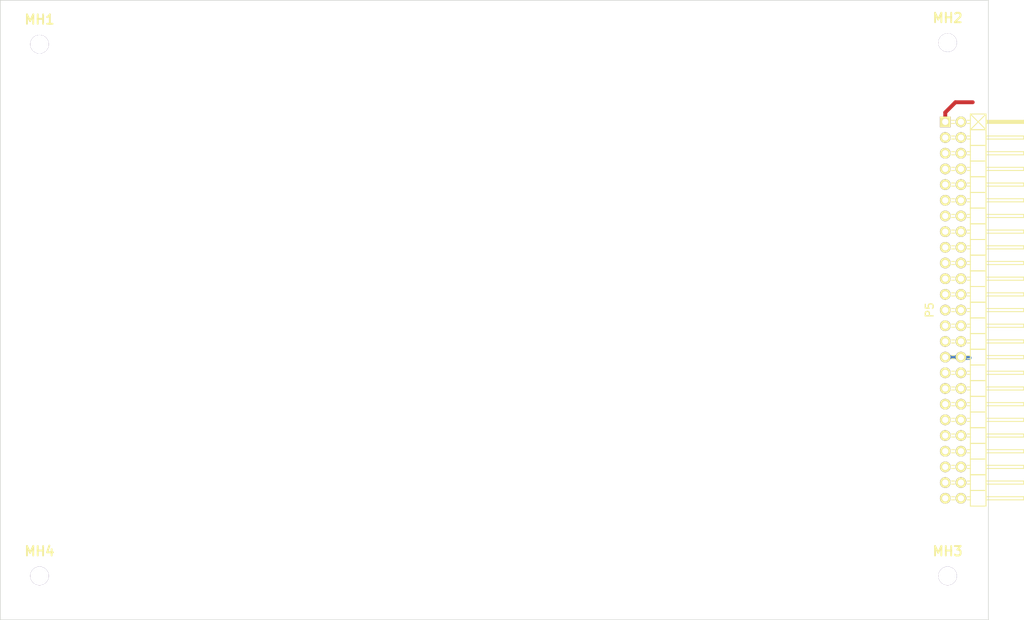
<source format=kicad_pcb>
(kicad_pcb (version 4) (host pcbnew "(2014-09-10 BZR 5127)-product")

  (general
    (links 1)
    (no_connects 0)
    (area 44.246073 45.6565 242.235447 146.17446)
    (thickness 1.6)
    (drawings 4)
    (tracks 6)
    (zones 0)
    (modules 5)
    (nets 50)
  )

  (page A4)
  (layers
    (0 F.Cu signal)
    (31 B.Cu signal)
    (33 F.Adhes user)
    (35 F.Paste user)
    (37 F.SilkS user)
    (39 F.Mask user)
    (40 Dwgs.User user)
    (41 Cmts.User user)
    (42 Eco1.User user)
    (43 Eco2.User user)
    (44 Edge.Cuts user)
    (45 Margin user)
  )

  (setup
    (last_trace_width 0.254)
    (trace_clearance 0.254)
    (zone_clearance 0.508)
    (zone_45_only yes)
    (trace_min 0.254)
    (segment_width 0.2)
    (edge_width 0.1)
    (via_size 0.889)
    (via_drill 0.635)
    (via_min_size 0.889)
    (via_min_drill 0.508)
    (uvia_size 0.508)
    (uvia_drill 0.127)
    (uvias_allowed no)
    (uvia_min_size 0.508)
    (uvia_min_drill 0.127)
    (pcb_text_width 0.3)
    (pcb_text_size 1.5 1.5)
    (mod_edge_width 0.15)
    (mod_text_size 1 1)
    (mod_text_width 0.15)
    (pad_size 1.5 1.5)
    (pad_drill 0.6)
    (pad_to_mask_clearance 0)
    (aux_axis_origin 0 0)
    (visible_elements FFFFFF7F)
    (pcbplotparams
      (layerselection 0x00020_80000001)
      (usegerberextensions false)
      (excludeedgelayer true)
      (linewidth 0.100000)
      (plotframeref false)
      (viasonmask false)
      (mode 1)
      (useauxorigin false)
      (hpglpennumber 1)
      (hpglpenspeed 20)
      (hpglpendiameter 15)
      (hpglpenoverlay 2)
      (psnegative false)
      (psa4output false)
      (plotreference true)
      (plotvalue true)
      (plotinvisibletext false)
      (padsonsilk false)
      (subtractmaskfromsilk false)
      (outputformat 1)
      (mirror false)
      (drillshape 0)
      (scaleselection 1)
      (outputdirectory gerber/))
  )

  (net 0 "")
  (net 1 GND)
  (net 2 VCC)
  (net 3 PHI2)
  (net 4 /RESET)
  (net 5 /RW)
  (net 6 /OE)
  (net 7 /CS_UART)
  (net 8 /CS_VIA)
  (net 9 E_LCD)
  (net 10 /CSR_VDP)
  (net 11 /CSW_VDP)
  (net 12 /CS_RES02)
  (net 13 /WE)
  (net 14 /NMI)
  (net 15 /IRQ)
  (net 16 "Net-(P5-Pad5)")
  (net 17 "Net-(P5-Pad6)")
  (net 18 "Net-(P5-Pad15)")
  (net 19 "Net-(P5-Pad17)")
  (net 20 RDY)
  (net 21 "Net-(P5-Pad19)")
  (net 22 "Net-(P5-Pad36)")
  (net 23 "Net-(P5-Pad39)")
  (net 24 "Net-(P5-Pad40)")
  (net 25 "Net-(P5-Pad41)")
  (net 26 "Net-(P5-Pad42)")
  (net 27 "Net-(P5-Pad43)")
  (net 28 "Net-(P5-Pad44)")
  (net 29 "Net-(P5-Pad45)")
  (net 30 "Net-(P5-Pad46)")
  (net 31 "Net-(P5-Pad47)")
  (net 32 "Net-(P5-Pad48)")
  (net 33 "Net-(P5-Pad49)")
  (net 34 "Net-(P5-Pad50)")
  (net 35 /OE2)
  (net 36 /WE2)
  (net 37 /Connector/D7)
  (net 38 /Connector/D6)
  (net 39 /Connector/D5)
  (net 40 /Connector/D4)
  (net 41 /Connector/D3)
  (net 42 /Connector/D2)
  (net 43 /Connector/D1)
  (net 44 /Connector/D0)
  (net 45 /Connector/A4)
  (net 46 /Connector/A3)
  (net 47 /Connector/A2)
  (net 48 /Connector/A1)
  (net 49 /Connector/A0)

  (net_class Default "This is the default net class."
    (clearance 0.254)
    (trace_width 0.254)
    (via_dia 0.889)
    (via_drill 0.635)
    (uvia_dia 0.508)
    (uvia_drill 0.127)
    (add_net /CSR_VDP)
    (add_net /CSW_VDP)
    (add_net /CS_RES02)
    (add_net /CS_UART)
    (add_net /CS_VIA)
    (add_net /Connector/A0)
    (add_net /Connector/A1)
    (add_net /Connector/A2)
    (add_net /Connector/A3)
    (add_net /Connector/A4)
    (add_net /Connector/D0)
    (add_net /Connector/D1)
    (add_net /Connector/D2)
    (add_net /Connector/D3)
    (add_net /Connector/D4)
    (add_net /Connector/D5)
    (add_net /Connector/D6)
    (add_net /Connector/D7)
    (add_net /IRQ)
    (add_net /NMI)
    (add_net /OE)
    (add_net /OE2)
    (add_net /RESET)
    (add_net /RW)
    (add_net /WE)
    (add_net /WE2)
    (add_net E_LCD)
    (add_net "Net-(P5-Pad15)")
    (add_net "Net-(P5-Pad17)")
    (add_net "Net-(P5-Pad19)")
    (add_net "Net-(P5-Pad36)")
    (add_net "Net-(P5-Pad39)")
    (add_net "Net-(P5-Pad40)")
    (add_net "Net-(P5-Pad41)")
    (add_net "Net-(P5-Pad42)")
    (add_net "Net-(P5-Pad43)")
    (add_net "Net-(P5-Pad44)")
    (add_net "Net-(P5-Pad45)")
    (add_net "Net-(P5-Pad46)")
    (add_net "Net-(P5-Pad47)")
    (add_net "Net-(P5-Pad48)")
    (add_net "Net-(P5-Pad49)")
    (add_net "Net-(P5-Pad5)")
    (add_net "Net-(P5-Pad50)")
    (add_net "Net-(P5-Pad6)")
    (add_net PHI2)
    (add_net RDY)
  )

  (net_class vcc ""
    (clearance 0.254)
    (trace_width 0.635)
    (via_dia 0.889)
    (via_drill 0.635)
    (uvia_dia 0.508)
    (uvia_drill 0.127)
    (add_net GND)
    (add_net VCC)
  )

  (module Pin_Headers:Pin_Header_Angled_2x25 locked (layer F.Cu) (tedit 5417499B) (tstamp 541F04A9)
    (at 216.535 95.885 270)
    (descr "Through hole pin header")
    (tags "pin header")
    (path /54206EE0/542071FB)
    (fp_text reference P5 (at 0 3.81 270) (layer F.SilkS)
      (effects (font (size 1.27 1.27) (thickness 0.2032)))
    )
    (fp_text value CONN_02X25 (at 0 0 270) (layer F.SilkS) hide
      (effects (font (size 1.27 1.27) (thickness 0.2032)))
    )
    (fp_line (start -30.226 -0.254) (end -30.226 0.254) (layer F.SilkS) (width 0.15))
    (fp_line (start -30.734 -0.254) (end -30.734 0.254) (layer F.SilkS) (width 0.15))
    (fp_line (start -12.954 -0.254) (end -12.954 0.254) (layer F.SilkS) (width 0.15))
    (fp_line (start -12.446 -0.254) (end -12.446 0.254) (layer F.SilkS) (width 0.15))
    (fp_line (start -10.414 -0.254) (end -10.414 0.254) (layer F.SilkS) (width 0.15))
    (fp_line (start -9.906 -0.254) (end -9.906 0.254) (layer F.SilkS) (width 0.15))
    (fp_line (start -14.986 -0.254) (end -14.986 0.254) (layer F.SilkS) (width 0.15))
    (fp_line (start -15.494 -0.254) (end -15.494 0.254) (layer F.SilkS) (width 0.15))
    (fp_line (start -17.526 -0.254) (end -17.526 0.254) (layer F.SilkS) (width 0.15))
    (fp_line (start -18.034 -0.254) (end -18.034 0.254) (layer F.SilkS) (width 0.15))
    (fp_line (start -28.194 -0.254) (end -28.194 0.254) (layer F.SilkS) (width 0.15))
    (fp_line (start -27.686 -0.254) (end -27.686 0.254) (layer F.SilkS) (width 0.15))
    (fp_line (start -25.654 -0.254) (end -25.654 0.254) (layer F.SilkS) (width 0.15))
    (fp_line (start -25.146 -0.254) (end -25.146 0.254) (layer F.SilkS) (width 0.15))
    (fp_line (start -20.066 -0.254) (end -20.066 0.254) (layer F.SilkS) (width 0.15))
    (fp_line (start -20.574 -0.254) (end -20.574 0.254) (layer F.SilkS) (width 0.15))
    (fp_line (start -22.606 -0.254) (end -22.606 0.254) (layer F.SilkS) (width 0.15))
    (fp_line (start -23.114 -0.254) (end -23.114 0.254) (layer F.SilkS) (width 0.15))
    (fp_line (start 17.526 -0.254) (end 17.526 0.254) (layer F.SilkS) (width 0.15))
    (fp_line (start 18.034 -0.254) (end 18.034 0.254) (layer F.SilkS) (width 0.15))
    (fp_line (start 20.066 -0.254) (end 20.066 0.254) (layer F.SilkS) (width 0.15))
    (fp_line (start 20.574 -0.254) (end 20.574 0.254) (layer F.SilkS) (width 0.15))
    (fp_line (start 15.494 -0.254) (end 15.494 0.254) (layer F.SilkS) (width 0.15))
    (fp_line (start 14.986 -0.254) (end 14.986 0.254) (layer F.SilkS) (width 0.15))
    (fp_line (start 12.954 -0.254) (end 12.954 0.254) (layer F.SilkS) (width 0.15))
    (fp_line (start 12.446 -0.254) (end 12.446 0.254) (layer F.SilkS) (width 0.15))
    (fp_line (start 22.606 -0.254) (end 22.606 0.254) (layer F.SilkS) (width 0.15))
    (fp_line (start 23.114 -0.254) (end 23.114 0.254) (layer F.SilkS) (width 0.15))
    (fp_line (start 25.146 -0.254) (end 25.146 0.254) (layer F.SilkS) (width 0.15))
    (fp_line (start 25.654 -0.254) (end 25.654 0.254) (layer F.SilkS) (width 0.15))
    (fp_line (start 30.734 -0.254) (end 30.734 0.254) (layer F.SilkS) (width 0.15))
    (fp_line (start 30.226 -0.254) (end 30.226 0.254) (layer F.SilkS) (width 0.15))
    (fp_line (start 28.194 -0.254) (end 28.194 0.254) (layer F.SilkS) (width 0.15))
    (fp_line (start 27.686 -0.254) (end 27.686 0.254) (layer F.SilkS) (width 0.15))
    (fp_line (start 7.366 -0.254) (end 7.366 0.254) (layer F.SilkS) (width 0.15))
    (fp_line (start 7.874 -0.254) (end 7.874 0.254) (layer F.SilkS) (width 0.15))
    (fp_line (start 9.906 -0.254) (end 9.906 0.254) (layer F.SilkS) (width 0.15))
    (fp_line (start 10.414 -0.254) (end 10.414 0.254) (layer F.SilkS) (width 0.15))
    (fp_line (start 5.334 -0.254) (end 5.334 0.254) (layer F.SilkS) (width 0.15))
    (fp_line (start 4.826 -0.254) (end 4.826 0.254) (layer F.SilkS) (width 0.15))
    (fp_line (start 2.794 -0.254) (end 2.794 0.254) (layer F.SilkS) (width 0.15))
    (fp_line (start 2.286 -0.254) (end 2.286 0.254) (layer F.SilkS) (width 0.15))
    (fp_line (start -7.874 -0.254) (end -7.874 0.254) (layer F.SilkS) (width 0.15))
    (fp_line (start -7.366 -0.254) (end -7.366 0.254) (layer F.SilkS) (width 0.15))
    (fp_line (start -5.334 -0.254) (end -5.334 0.254) (layer F.SilkS) (width 0.15))
    (fp_line (start -4.826 -0.254) (end -4.826 0.254) (layer F.SilkS) (width 0.15))
    (fp_line (start 0.254 -0.254) (end 0.254 0.254) (layer F.SilkS) (width 0.15))
    (fp_line (start -0.254 -0.254) (end -0.254 0.254) (layer F.SilkS) (width 0.15))
    (fp_line (start -2.286 -0.254) (end -2.286 0.254) (layer F.SilkS) (width 0.15))
    (fp_line (start -2.794 -0.254) (end -2.794 0.254) (layer F.SilkS) (width 0.15))
    (fp_line (start 14.986 -2.794) (end 14.986 -2.286) (layer F.SilkS) (width 0.15))
    (fp_line (start 15.494 -2.794) (end 15.494 -2.286) (layer F.SilkS) (width 0.15))
    (fp_line (start 17.526 -2.794) (end 17.526 -2.286) (layer F.SilkS) (width 0.15))
    (fp_line (start 18.034 -2.794) (end 18.034 -2.286) (layer F.SilkS) (width 0.15))
    (fp_line (start 12.954 -2.794) (end 12.954 -2.286) (layer F.SilkS) (width 0.15))
    (fp_line (start 12.446 -2.794) (end 12.446 -2.286) (layer F.SilkS) (width 0.15))
    (fp_line (start 10.414 -2.794) (end 10.414 -2.286) (layer F.SilkS) (width 0.15))
    (fp_line (start 9.906 -2.794) (end 9.906 -2.286) (layer F.SilkS) (width 0.15))
    (fp_line (start 20.066 -2.794) (end 20.066 -2.286) (layer F.SilkS) (width 0.15))
    (fp_line (start 20.574 -2.794) (end 20.574 -2.286) (layer F.SilkS) (width 0.15))
    (fp_line (start 22.606 -2.794) (end 22.606 -2.286) (layer F.SilkS) (width 0.15))
    (fp_line (start 23.114 -2.794) (end 23.114 -2.286) (layer F.SilkS) (width 0.15))
    (fp_line (start 28.194 -2.794) (end 28.194 -2.286) (layer F.SilkS) (width 0.15))
    (fp_line (start 27.686 -2.794) (end 27.686 -2.286) (layer F.SilkS) (width 0.15))
    (fp_line (start 25.654 -2.794) (end 25.654 -2.286) (layer F.SilkS) (width 0.15))
    (fp_line (start 25.146 -2.794) (end 25.146 -2.286) (layer F.SilkS) (width 0.15))
    (fp_line (start 30.226 -2.794) (end 30.226 -2.286) (layer F.SilkS) (width 0.15))
    (fp_line (start 30.734 -2.794) (end 30.734 -2.286) (layer F.SilkS) (width 0.15))
    (fp_line (start -5.334 -2.794) (end -5.334 -2.286) (layer F.SilkS) (width 0.15))
    (fp_line (start -4.826 -2.794) (end -4.826 -2.286) (layer F.SilkS) (width 0.15))
    (fp_line (start -2.794 -2.794) (end -2.794 -2.286) (layer F.SilkS) (width 0.15))
    (fp_line (start -2.286 -2.794) (end -2.286 -2.286) (layer F.SilkS) (width 0.15))
    (fp_line (start -7.366 -2.794) (end -7.366 -2.286) (layer F.SilkS) (width 0.15))
    (fp_line (start -7.874 -2.794) (end -7.874 -2.286) (layer F.SilkS) (width 0.15))
    (fp_line (start -9.906 -2.794) (end -9.906 -2.286) (layer F.SilkS) (width 0.15))
    (fp_line (start -10.414 -2.794) (end -10.414 -2.286) (layer F.SilkS) (width 0.15))
    (fp_line (start -0.254 -2.794) (end -0.254 -2.286) (layer F.SilkS) (width 0.15))
    (fp_line (start 0.254 -2.794) (end 0.254 -2.286) (layer F.SilkS) (width 0.15))
    (fp_line (start 2.286 -2.794) (end 2.286 -2.286) (layer F.SilkS) (width 0.15))
    (fp_line (start 2.794 -2.794) (end 2.794 -2.286) (layer F.SilkS) (width 0.15))
    (fp_line (start 7.874 -2.794) (end 7.874 -2.286) (layer F.SilkS) (width 0.15))
    (fp_line (start 7.366 -2.794) (end 7.366 -2.286) (layer F.SilkS) (width 0.15))
    (fp_line (start 5.334 -2.794) (end 5.334 -2.286) (layer F.SilkS) (width 0.15))
    (fp_line (start 4.826 -2.794) (end 4.826 -2.286) (layer F.SilkS) (width 0.15))
    (fp_line (start -15.494 -2.794) (end -15.494 -2.286) (layer F.SilkS) (width 0.15))
    (fp_line (start -14.986 -2.794) (end -14.986 -2.286) (layer F.SilkS) (width 0.15))
    (fp_line (start -12.954 -2.794) (end -12.954 -2.286) (layer F.SilkS) (width 0.15))
    (fp_line (start -12.446 -2.794) (end -12.446 -2.286) (layer F.SilkS) (width 0.15))
    (fp_line (start -17.526 -2.794) (end -17.526 -2.286) (layer F.SilkS) (width 0.15))
    (fp_line (start -18.034 -2.794) (end -18.034 -2.286) (layer F.SilkS) (width 0.15))
    (fp_line (start -20.066 -2.794) (end -20.066 -2.286) (layer F.SilkS) (width 0.15))
    (fp_line (start -20.574 -2.794) (end -20.574 -2.286) (layer F.SilkS) (width 0.15))
    (fp_line (start -30.734 -2.794) (end -30.734 -2.286) (layer F.SilkS) (width 0.15))
    (fp_line (start -30.226 -2.794) (end -30.226 -2.286) (layer F.SilkS) (width 0.15))
    (fp_line (start -28.194 -2.794) (end -28.194 -2.286) (layer F.SilkS) (width 0.15))
    (fp_line (start -27.686 -2.794) (end -27.686 -2.286) (layer F.SilkS) (width 0.15))
    (fp_line (start -22.606 -2.794) (end -22.606 -2.286) (layer F.SilkS) (width 0.15))
    (fp_line (start -23.114 -2.794) (end -23.114 -2.286) (layer F.SilkS) (width 0.15))
    (fp_line (start -25.146 -2.794) (end -25.146 -2.286) (layer F.SilkS) (width 0.15))
    (fp_line (start -25.654 -2.794) (end -25.654 -2.286) (layer F.SilkS) (width 0.15))
    (fp_line (start -31.75 -2.794) (end -29.21 -5.334) (layer F.SilkS) (width 0.15))
    (fp_line (start -31.75 -5.334) (end -29.21 -2.794) (layer F.SilkS) (width 0.15))
    (fp_line (start -30.607 -5.334) (end -30.607 -11.303) (layer F.SilkS) (width 0.15))
    (fp_line (start -30.607 -11.303) (end -30.353 -11.303) (layer F.SilkS) (width 0.15))
    (fp_line (start -30.353 -11.303) (end -30.353 -5.461) (layer F.SilkS) (width 0.15))
    (fp_line (start -30.353 -5.461) (end -30.48 -5.461) (layer F.SilkS) (width 0.15))
    (fp_line (start -30.48 -5.461) (end -30.48 -11.303) (layer F.SilkS) (width 0.15))
    (fp_line (start 8.89 -2.794) (end 8.89 -5.334) (layer F.SilkS) (width 0.15))
    (fp_line (start 8.89 -2.794) (end 11.43 -2.794) (layer F.SilkS) (width 0.15))
    (fp_line (start 11.43 -2.794) (end 11.43 -5.334) (layer F.SilkS) (width 0.15))
    (fp_line (start 9.906 -5.334) (end 9.906 -11.43) (layer F.SilkS) (width 0.15))
    (fp_line (start 9.906 -11.43) (end 10.414 -11.43) (layer F.SilkS) (width 0.15))
    (fp_line (start 10.414 -11.43) (end 10.414 -5.334) (layer F.SilkS) (width 0.15))
    (fp_line (start 11.43 -5.334) (end 8.89 -5.334) (layer F.SilkS) (width 0.15))
    (fp_line (start 13.97 -5.334) (end 11.43 -5.334) (layer F.SilkS) (width 0.15))
    (fp_line (start 12.954 -11.43) (end 12.954 -5.334) (layer F.SilkS) (width 0.15))
    (fp_line (start 12.446 -11.43) (end 12.954 -11.43) (layer F.SilkS) (width 0.15))
    (fp_line (start 12.446 -5.334) (end 12.446 -11.43) (layer F.SilkS) (width 0.15))
    (fp_line (start 13.97 -2.794) (end 13.97 -5.334) (layer F.SilkS) (width 0.15))
    (fp_line (start 11.43 -2.794) (end 13.97 -2.794) (layer F.SilkS) (width 0.15))
    (fp_line (start 11.43 -2.794) (end 11.43 -5.334) (layer F.SilkS) (width 0.15))
    (fp_line (start 16.51 -2.794) (end 16.51 -5.334) (layer F.SilkS) (width 0.15))
    (fp_line (start 16.51 -2.794) (end 19.05 -2.794) (layer F.SilkS) (width 0.15))
    (fp_line (start 19.05 -2.794) (end 19.05 -5.334) (layer F.SilkS) (width 0.15))
    (fp_line (start 17.526 -5.334) (end 17.526 -11.43) (layer F.SilkS) (width 0.15))
    (fp_line (start 17.526 -11.43) (end 18.034 -11.43) (layer F.SilkS) (width 0.15))
    (fp_line (start 18.034 -11.43) (end 18.034 -5.334) (layer F.SilkS) (width 0.15))
    (fp_line (start 19.05 -5.334) (end 16.51 -5.334) (layer F.SilkS) (width 0.15))
    (fp_line (start 16.51 -5.334) (end 13.97 -5.334) (layer F.SilkS) (width 0.15))
    (fp_line (start 15.494 -11.43) (end 15.494 -5.334) (layer F.SilkS) (width 0.15))
    (fp_line (start 14.986 -11.43) (end 15.494 -11.43) (layer F.SilkS) (width 0.15))
    (fp_line (start 14.986 -5.334) (end 14.986 -11.43) (layer F.SilkS) (width 0.15))
    (fp_line (start 16.51 -2.794) (end 16.51 -5.334) (layer F.SilkS) (width 0.15))
    (fp_line (start 13.97 -2.794) (end 16.51 -2.794) (layer F.SilkS) (width 0.15))
    (fp_line (start 13.97 -2.794) (end 13.97 -5.334) (layer F.SilkS) (width 0.15))
    (fp_line (start 24.13 -2.794) (end 24.13 -5.334) (layer F.SilkS) (width 0.15))
    (fp_line (start 24.13 -2.794) (end 26.67 -2.794) (layer F.SilkS) (width 0.15))
    (fp_line (start 26.67 -2.794) (end 26.67 -5.334) (layer F.SilkS) (width 0.15))
    (fp_line (start 25.146 -5.334) (end 25.146 -11.43) (layer F.SilkS) (width 0.15))
    (fp_line (start 25.146 -11.43) (end 25.654 -11.43) (layer F.SilkS) (width 0.15))
    (fp_line (start 25.654 -11.43) (end 25.654 -5.334) (layer F.SilkS) (width 0.15))
    (fp_line (start 26.67 -5.334) (end 24.13 -5.334) (layer F.SilkS) (width 0.15))
    (fp_line (start 29.21 -5.334) (end 26.67 -5.334) (layer F.SilkS) (width 0.15))
    (fp_line (start 28.194 -11.43) (end 28.194 -5.334) (layer F.SilkS) (width 0.15))
    (fp_line (start 27.686 -11.43) (end 28.194 -11.43) (layer F.SilkS) (width 0.15))
    (fp_line (start 27.686 -5.334) (end 27.686 -11.43) (layer F.SilkS) (width 0.15))
    (fp_line (start 29.21 -2.794) (end 29.21 -5.334) (layer F.SilkS) (width 0.15))
    (fp_line (start 26.67 -2.794) (end 29.21 -2.794) (layer F.SilkS) (width 0.15))
    (fp_line (start 26.67 -2.794) (end 26.67 -5.334) (layer F.SilkS) (width 0.15))
    (fp_line (start 21.59 -2.794) (end 21.59 -5.334) (layer F.SilkS) (width 0.15))
    (fp_line (start 21.59 -2.794) (end 24.13 -2.794) (layer F.SilkS) (width 0.15))
    (fp_line (start 24.13 -2.794) (end 24.13 -5.334) (layer F.SilkS) (width 0.15))
    (fp_line (start 22.606 -5.334) (end 22.606 -11.43) (layer F.SilkS) (width 0.15))
    (fp_line (start 22.606 -11.43) (end 23.114 -11.43) (layer F.SilkS) (width 0.15))
    (fp_line (start 23.114 -11.43) (end 23.114 -5.334) (layer F.SilkS) (width 0.15))
    (fp_line (start 24.13 -5.334) (end 21.59 -5.334) (layer F.SilkS) (width 0.15))
    (fp_line (start 21.59 -5.334) (end 19.05 -5.334) (layer F.SilkS) (width 0.15))
    (fp_line (start 20.574 -11.43) (end 20.574 -5.334) (layer F.SilkS) (width 0.15))
    (fp_line (start 20.066 -11.43) (end 20.574 -11.43) (layer F.SilkS) (width 0.15))
    (fp_line (start 20.066 -5.334) (end 20.066 -11.43) (layer F.SilkS) (width 0.15))
    (fp_line (start 21.59 -2.794) (end 21.59 -5.334) (layer F.SilkS) (width 0.15))
    (fp_line (start 19.05 -2.794) (end 21.59 -2.794) (layer F.SilkS) (width 0.15))
    (fp_line (start 19.05 -2.794) (end 19.05 -5.334) (layer F.SilkS) (width 0.15))
    (fp_line (start 31.75 -5.334) (end 29.21 -5.334) (layer F.SilkS) (width 0.15))
    (fp_line (start 30.734 -11.43) (end 30.734 -5.334) (layer F.SilkS) (width 0.15))
    (fp_line (start 30.226 -11.43) (end 30.734 -11.43) (layer F.SilkS) (width 0.15))
    (fp_line (start 30.226 -5.334) (end 30.226 -11.43) (layer F.SilkS) (width 0.15))
    (fp_line (start 31.75 -2.794) (end 31.75 -5.334) (layer F.SilkS) (width 0.15))
    (fp_line (start 29.21 -2.794) (end 31.75 -2.794) (layer F.SilkS) (width 0.15))
    (fp_line (start 29.21 -2.794) (end 29.21 -5.334) (layer F.SilkS) (width 0.15))
    (fp_line (start -11.43 -2.794) (end -11.43 -5.334) (layer F.SilkS) (width 0.15))
    (fp_line (start -11.43 -2.794) (end -8.89 -2.794) (layer F.SilkS) (width 0.15))
    (fp_line (start -8.89 -2.794) (end -8.89 -5.334) (layer F.SilkS) (width 0.15))
    (fp_line (start -10.414 -5.334) (end -10.414 -11.43) (layer F.SilkS) (width 0.15))
    (fp_line (start -10.414 -11.43) (end -9.906 -11.43) (layer F.SilkS) (width 0.15))
    (fp_line (start -9.906 -11.43) (end -9.906 -5.334) (layer F.SilkS) (width 0.15))
    (fp_line (start -8.89 -5.334) (end -11.43 -5.334) (layer F.SilkS) (width 0.15))
    (fp_line (start -6.35 -5.334) (end -8.89 -5.334) (layer F.SilkS) (width 0.15))
    (fp_line (start -7.366 -11.43) (end -7.366 -5.334) (layer F.SilkS) (width 0.15))
    (fp_line (start -7.874 -11.43) (end -7.366 -11.43) (layer F.SilkS) (width 0.15))
    (fp_line (start -7.874 -5.334) (end -7.874 -11.43) (layer F.SilkS) (width 0.15))
    (fp_line (start -6.35 -2.794) (end -6.35 -5.334) (layer F.SilkS) (width 0.15))
    (fp_line (start -8.89 -2.794) (end -6.35 -2.794) (layer F.SilkS) (width 0.15))
    (fp_line (start -8.89 -2.794) (end -8.89 -5.334) (layer F.SilkS) (width 0.15))
    (fp_line (start -3.81 -2.794) (end -3.81 -5.334) (layer F.SilkS) (width 0.15))
    (fp_line (start -3.81 -2.794) (end -1.27 -2.794) (layer F.SilkS) (width 0.15))
    (fp_line (start -1.27 -2.794) (end -1.27 -5.334) (layer F.SilkS) (width 0.15))
    (fp_line (start -2.794 -5.334) (end -2.794 -11.43) (layer F.SilkS) (width 0.15))
    (fp_line (start -2.794 -11.43) (end -2.286 -11.43) (layer F.SilkS) (width 0.15))
    (fp_line (start -2.286 -11.43) (end -2.286 -5.334) (layer F.SilkS) (width 0.15))
    (fp_line (start -1.27 -5.334) (end -3.81 -5.334) (layer F.SilkS) (width 0.15))
    (fp_line (start -3.81 -5.334) (end -6.35 -5.334) (layer F.SilkS) (width 0.15))
    (fp_line (start -4.826 -11.43) (end -4.826 -5.334) (layer F.SilkS) (width 0.15))
    (fp_line (start -5.334 -11.43) (end -4.826 -11.43) (layer F.SilkS) (width 0.15))
    (fp_line (start -5.334 -5.334) (end -5.334 -11.43) (layer F.SilkS) (width 0.15))
    (fp_line (start -3.81 -2.794) (end -3.81 -5.334) (layer F.SilkS) (width 0.15))
    (fp_line (start -6.35 -2.794) (end -3.81 -2.794) (layer F.SilkS) (width 0.15))
    (fp_line (start -6.35 -2.794) (end -6.35 -5.334) (layer F.SilkS) (width 0.15))
    (fp_line (start 3.81 -2.794) (end 3.81 -5.334) (layer F.SilkS) (width 0.15))
    (fp_line (start 3.81 -2.794) (end 6.35 -2.794) (layer F.SilkS) (width 0.15))
    (fp_line (start 6.35 -2.794) (end 6.35 -5.334) (layer F.SilkS) (width 0.15))
    (fp_line (start 4.826 -5.334) (end 4.826 -11.43) (layer F.SilkS) (width 0.15))
    (fp_line (start 4.826 -11.43) (end 5.334 -11.43) (layer F.SilkS) (width 0.15))
    (fp_line (start 5.334 -11.43) (end 5.334 -5.334) (layer F.SilkS) (width 0.15))
    (fp_line (start 6.35 -5.334) (end 3.81 -5.334) (layer F.SilkS) (width 0.15))
    (fp_line (start 8.89 -5.334) (end 6.35 -5.334) (layer F.SilkS) (width 0.15))
    (fp_line (start 7.874 -11.43) (end 7.874 -5.334) (layer F.SilkS) (width 0.15))
    (fp_line (start 7.366 -11.43) (end 7.874 -11.43) (layer F.SilkS) (width 0.15))
    (fp_line (start 7.366 -5.334) (end 7.366 -11.43) (layer F.SilkS) (width 0.15))
    (fp_line (start 8.89 -2.794) (end 8.89 -5.334) (layer F.SilkS) (width 0.15))
    (fp_line (start 6.35 -2.794) (end 8.89 -2.794) (layer F.SilkS) (width 0.15))
    (fp_line (start 6.35 -2.794) (end 6.35 -5.334) (layer F.SilkS) (width 0.15))
    (fp_line (start 1.27 -2.794) (end 1.27 -5.334) (layer F.SilkS) (width 0.15))
    (fp_line (start 1.27 -2.794) (end 3.81 -2.794) (layer F.SilkS) (width 0.15))
    (fp_line (start 3.81 -2.794) (end 3.81 -5.334) (layer F.SilkS) (width 0.15))
    (fp_line (start 2.286 -5.334) (end 2.286 -11.43) (layer F.SilkS) (width 0.15))
    (fp_line (start 2.286 -11.43) (end 2.794 -11.43) (layer F.SilkS) (width 0.15))
    (fp_line (start 2.794 -11.43) (end 2.794 -5.334) (layer F.SilkS) (width 0.15))
    (fp_line (start 3.81 -5.334) (end 1.27 -5.334) (layer F.SilkS) (width 0.15))
    (fp_line (start 1.27 -5.334) (end -1.27 -5.334) (layer F.SilkS) (width 0.15))
    (fp_line (start 0.254 -11.43) (end 0.254 -5.334) (layer F.SilkS) (width 0.15))
    (fp_line (start -0.254 -11.43) (end 0.254 -11.43) (layer F.SilkS) (width 0.15))
    (fp_line (start -0.254 -5.334) (end -0.254 -11.43) (layer F.SilkS) (width 0.15))
    (fp_line (start 1.27 -2.794) (end 1.27 -5.334) (layer F.SilkS) (width 0.15))
    (fp_line (start -1.27 -2.794) (end 1.27 -2.794) (layer F.SilkS) (width 0.15))
    (fp_line (start -1.27 -2.794) (end -1.27 -5.334) (layer F.SilkS) (width 0.15))
    (fp_line (start -21.59 -2.794) (end -21.59 -5.334) (layer F.SilkS) (width 0.15))
    (fp_line (start -21.59 -2.794) (end -19.05 -2.794) (layer F.SilkS) (width 0.15))
    (fp_line (start -19.05 -2.794) (end -19.05 -5.334) (layer F.SilkS) (width 0.15))
    (fp_line (start -20.574 -5.334) (end -20.574 -11.43) (layer F.SilkS) (width 0.15))
    (fp_line (start -20.574 -11.43) (end -20.066 -11.43) (layer F.SilkS) (width 0.15))
    (fp_line (start -20.066 -11.43) (end -20.066 -5.334) (layer F.SilkS) (width 0.15))
    (fp_line (start -19.05 -5.334) (end -21.59 -5.334) (layer F.SilkS) (width 0.15))
    (fp_line (start -16.51 -5.334) (end -19.05 -5.334) (layer F.SilkS) (width 0.15))
    (fp_line (start -17.526 -11.43) (end -17.526 -5.334) (layer F.SilkS) (width 0.15))
    (fp_line (start -18.034 -11.43) (end -17.526 -11.43) (layer F.SilkS) (width 0.15))
    (fp_line (start -18.034 -5.334) (end -18.034 -11.43) (layer F.SilkS) (width 0.15))
    (fp_line (start -16.51 -2.794) (end -16.51 -5.334) (layer F.SilkS) (width 0.15))
    (fp_line (start -19.05 -2.794) (end -16.51 -2.794) (layer F.SilkS) (width 0.15))
    (fp_line (start -19.05 -2.794) (end -19.05 -5.334) (layer F.SilkS) (width 0.15))
    (fp_line (start -13.97 -2.794) (end -13.97 -5.334) (layer F.SilkS) (width 0.15))
    (fp_line (start -13.97 -2.794) (end -11.43 -2.794) (layer F.SilkS) (width 0.15))
    (fp_line (start -11.43 -2.794) (end -11.43 -5.334) (layer F.SilkS) (width 0.15))
    (fp_line (start -12.954 -5.334) (end -12.954 -11.43) (layer F.SilkS) (width 0.15))
    (fp_line (start -12.954 -11.43) (end -12.446 -11.43) (layer F.SilkS) (width 0.15))
    (fp_line (start -12.446 -11.43) (end -12.446 -5.334) (layer F.SilkS) (width 0.15))
    (fp_line (start -11.43 -5.334) (end -13.97 -5.334) (layer F.SilkS) (width 0.15))
    (fp_line (start -13.97 -5.334) (end -16.51 -5.334) (layer F.SilkS) (width 0.15))
    (fp_line (start -14.986 -11.43) (end -14.986 -5.334) (layer F.SilkS) (width 0.15))
    (fp_line (start -15.494 -11.43) (end -14.986 -11.43) (layer F.SilkS) (width 0.15))
    (fp_line (start -15.494 -5.334) (end -15.494 -11.43) (layer F.SilkS) (width 0.15))
    (fp_line (start -13.97 -2.794) (end -13.97 -5.334) (layer F.SilkS) (width 0.15))
    (fp_line (start -16.51 -2.794) (end -13.97 -2.794) (layer F.SilkS) (width 0.15))
    (fp_line (start -16.51 -2.794) (end -16.51 -5.334) (layer F.SilkS) (width 0.15))
    (fp_line (start -26.67 -2.794) (end -26.67 -5.334) (layer F.SilkS) (width 0.15))
    (fp_line (start -26.67 -2.794) (end -24.13 -2.794) (layer F.SilkS) (width 0.15))
    (fp_line (start -24.13 -2.794) (end -24.13 -5.334) (layer F.SilkS) (width 0.15))
    (fp_line (start -25.654 -5.334) (end -25.654 -11.43) (layer F.SilkS) (width 0.15))
    (fp_line (start -25.654 -11.43) (end -25.146 -11.43) (layer F.SilkS) (width 0.15))
    (fp_line (start -25.146 -11.43) (end -25.146 -5.334) (layer F.SilkS) (width 0.15))
    (fp_line (start -24.13 -5.334) (end -26.67 -5.334) (layer F.SilkS) (width 0.15))
    (fp_line (start -21.59 -5.334) (end -24.13 -5.334) (layer F.SilkS) (width 0.15))
    (fp_line (start -22.606 -11.43) (end -22.606 -5.334) (layer F.SilkS) (width 0.15))
    (fp_line (start -23.114 -11.43) (end -22.606 -11.43) (layer F.SilkS) (width 0.15))
    (fp_line (start -23.114 -5.334) (end -23.114 -11.43) (layer F.SilkS) (width 0.15))
    (fp_line (start -21.59 -2.794) (end -21.59 -5.334) (layer F.SilkS) (width 0.15))
    (fp_line (start -24.13 -2.794) (end -21.59 -2.794) (layer F.SilkS) (width 0.15))
    (fp_line (start -24.13 -2.794) (end -24.13 -5.334) (layer F.SilkS) (width 0.15))
    (fp_line (start -29.21 -2.794) (end -29.21 -5.334) (layer F.SilkS) (width 0.15))
    (fp_line (start -29.21 -2.794) (end -26.67 -2.794) (layer F.SilkS) (width 0.15))
    (fp_line (start -26.67 -2.794) (end -26.67 -5.334) (layer F.SilkS) (width 0.15))
    (fp_line (start -28.194 -5.334) (end -28.194 -11.43) (layer F.SilkS) (width 0.15))
    (fp_line (start -28.194 -11.43) (end -27.686 -11.43) (layer F.SilkS) (width 0.15))
    (fp_line (start -27.686 -11.43) (end -27.686 -5.334) (layer F.SilkS) (width 0.15))
    (fp_line (start -26.67 -5.334) (end -29.21 -5.334) (layer F.SilkS) (width 0.15))
    (fp_line (start -29.21 -5.334) (end -31.75 -5.334) (layer F.SilkS) (width 0.15))
    (fp_line (start -30.226 -11.43) (end -30.226 -5.334) (layer F.SilkS) (width 0.15))
    (fp_line (start -30.734 -11.43) (end -30.226 -11.43) (layer F.SilkS) (width 0.15))
    (fp_line (start -30.734 -5.334) (end -30.734 -11.43) (layer F.SilkS) (width 0.15))
    (fp_line (start -29.21 -2.794) (end -29.21 -5.334) (layer F.SilkS) (width 0.15))
    (fp_line (start -31.75 -2.794) (end -29.21 -2.794) (layer F.SilkS) (width 0.15))
    (fp_line (start -31.75 -2.794) (end -31.75 -5.334) (layer F.SilkS) (width 0.15))
    (pad 1 thru_hole rect (at -30.48 1.27 270) (size 1.7272 1.7272) (drill 1.016) (layers *.Cu *.Mask F.SilkS)
      (net 2 VCC))
    (pad 2 thru_hole oval (at -30.48 -1.27 270) (size 1.7272 1.7272) (drill 1.016) (layers *.Cu *.Mask F.SilkS)
      (net 4 /RESET))
    (pad 3 thru_hole oval (at -27.94 1.27 270) (size 1.7272 1.7272) (drill 1.016) (layers *.Cu *.Mask F.SilkS)
      (net 14 /NMI))
    (pad 4 thru_hole oval (at -27.94 -1.27 270) (size 1.7272 1.7272) (drill 1.016) (layers *.Cu *.Mask F.SilkS)
      (net 15 /IRQ))
    (pad 5 thru_hole oval (at -25.4 1.27 270) (size 1.7272 1.7272) (drill 1.016) (layers *.Cu *.Mask F.SilkS)
      (net 16 "Net-(P5-Pad5)"))
    (pad 6 thru_hole oval (at -25.4 -1.27 270) (size 1.7272 1.7272) (drill 1.016) (layers *.Cu *.Mask F.SilkS)
      (net 17 "Net-(P5-Pad6)"))
    (pad 7 thru_hole oval (at -22.86 1.27 270) (size 1.7272 1.7272) (drill 1.016) (layers *.Cu *.Mask F.SilkS)
      (net 37 /Connector/D7))
    (pad 8 thru_hole oval (at -22.86 -1.27 270) (size 1.7272 1.7272) (drill 1.016) (layers *.Cu *.Mask F.SilkS)
      (net 38 /Connector/D6))
    (pad 9 thru_hole oval (at -20.32 1.27 270) (size 1.7272 1.7272) (drill 1.016) (layers *.Cu *.Mask F.SilkS)
      (net 39 /Connector/D5))
    (pad 10 thru_hole oval (at -20.32 -1.27 270) (size 1.7272 1.7272) (drill 1.016) (layers *.Cu *.Mask F.SilkS)
      (net 40 /Connector/D4))
    (pad 11 thru_hole oval (at -17.78 1.27 270) (size 1.7272 1.7272) (drill 1.016) (layers *.Cu *.Mask F.SilkS)
      (net 41 /Connector/D3))
    (pad 12 thru_hole oval (at -17.78 -1.27 270) (size 1.7272 1.7272) (drill 1.016) (layers *.Cu *.Mask F.SilkS)
      (net 42 /Connector/D2))
    (pad 13 thru_hole oval (at -15.24 1.27 270) (size 1.7272 1.7272) (drill 1.016) (layers *.Cu *.Mask F.SilkS)
      (net 43 /Connector/D1))
    (pad 14 thru_hole oval (at -15.24 -1.27 270) (size 1.7272 1.7272) (drill 1.016) (layers *.Cu *.Mask F.SilkS)
      (net 44 /Connector/D0))
    (pad 15 thru_hole oval (at -12.7 1.27 270) (size 1.7272 1.7272) (drill 1.016) (layers *.Cu *.Mask F.SilkS)
      (net 18 "Net-(P5-Pad15)"))
    (pad 16 thru_hole oval (at -12.7 -1.27 270) (size 1.7272 1.7272) (drill 1.016) (layers *.Cu *.Mask F.SilkS)
      (net 5 /RW))
    (pad 17 thru_hole oval (at -10.16 1.27 270) (size 1.7272 1.7272) (drill 1.016) (layers *.Cu *.Mask F.SilkS)
      (net 19 "Net-(P5-Pad17)"))
    (pad 18 thru_hole oval (at -10.16 -1.27 270) (size 1.7272 1.7272) (drill 1.016) (layers *.Cu *.Mask F.SilkS)
      (net 20 RDY))
    (pad 19 thru_hole oval (at -7.62 1.27 270) (size 1.7272 1.7272) (drill 1.016) (layers *.Cu *.Mask F.SilkS)
      (net 21 "Net-(P5-Pad19)"))
    (pad 20 thru_hole oval (at -7.62 -1.27 270) (size 1.7272 1.7272) (drill 1.016) (layers *.Cu *.Mask F.SilkS)
      (net 12 /CS_RES02))
    (pad 21 thru_hole oval (at -5.08 1.27 270) (size 1.7272 1.7272) (drill 1.016) (layers *.Cu *.Mask F.SilkS)
      (net 9 E_LCD))
    (pad 22 thru_hole oval (at -5.08 -1.27 270) (size 1.7272 1.7272) (drill 1.016) (layers *.Cu *.Mask F.SilkS)
      (net 8 /CS_VIA))
    (pad 23 thru_hole oval (at -2.54 1.27 270) (size 1.7272 1.7272) (drill 1.016) (layers *.Cu *.Mask F.SilkS)
      (net 7 /CS_UART))
    (pad 24 thru_hole oval (at -2.54 -1.27 270) (size 1.7272 1.7272) (drill 1.016) (layers *.Cu *.Mask F.SilkS)
      (net 10 /CSR_VDP))
    (pad 25 thru_hole oval (at 0 1.27 270) (size 1.7272 1.7272) (drill 1.016) (layers *.Cu *.Mask F.SilkS)
      (net 11 /CSW_VDP))
    (pad 26 thru_hole oval (at 0 -1.27 270) (size 1.7272 1.7272) (drill 1.016) (layers *.Cu *.Mask F.SilkS)
      (net 45 /Connector/A4))
    (pad 27 thru_hole oval (at 2.54 1.27 270) (size 1.7272 1.7272) (drill 1.016) (layers *.Cu *.Mask F.SilkS)
      (net 46 /Connector/A3))
    (pad 28 thru_hole oval (at 2.54 -1.27 270) (size 1.7272 1.7272) (drill 1.016) (layers *.Cu *.Mask F.SilkS)
      (net 47 /Connector/A2))
    (pad 29 thru_hole oval (at 5.08 1.27 270) (size 1.7272 1.7272) (drill 1.016) (layers *.Cu *.Mask F.SilkS)
      (net 48 /Connector/A1))
    (pad 30 thru_hole oval (at 5.08 -1.27 270) (size 1.7272 1.7272) (drill 1.016) (layers *.Cu *.Mask F.SilkS)
      (net 49 /Connector/A0))
    (pad 31 thru_hole oval (at 7.62 1.27 270) (size 1.7272 1.7272) (drill 1.016) (layers *.Cu *.Mask F.SilkS)
      (net 1 GND))
    (pad 32 thru_hole oval (at 7.62 -1.27 270) (size 1.7272 1.7272) (drill 1.016) (layers *.Cu *.Mask F.SilkS)
      (net 1 GND))
    (pad 33 thru_hole oval (at 10.16 1.27 270) (size 1.7272 1.7272) (drill 1.016) (layers *.Cu *.Mask F.SilkS)
      (net 6 /OE))
    (pad 34 thru_hole oval (at 10.16 -1.27 270) (size 1.7272 1.7272) (drill 1.016) (layers *.Cu *.Mask F.SilkS)
      (net 13 /WE))
    (pad 35 thru_hole oval (at 12.7 1.27 270) (size 1.7272 1.7272) (drill 1.016) (layers *.Cu *.Mask F.SilkS)
      (net 3 PHI2))
    (pad 36 thru_hole oval (at 12.7 -1.27 270) (size 1.7272 1.7272) (drill 1.016) (layers *.Cu *.Mask F.SilkS)
      (net 22 "Net-(P5-Pad36)"))
    (pad 37 thru_hole oval (at 15.24 1.27 270) (size 1.7272 1.7272) (drill 1.016) (layers *.Cu *.Mask F.SilkS)
      (net 35 /OE2))
    (pad 38 thru_hole oval (at 15.24 -1.27 270) (size 1.7272 1.7272) (drill 1.016) (layers *.Cu *.Mask F.SilkS)
      (net 36 /WE2))
    (pad 39 thru_hole oval (at 17.78 1.27 270) (size 1.7272 1.7272) (drill 1.016) (layers *.Cu *.Mask F.SilkS)
      (net 23 "Net-(P5-Pad39)"))
    (pad 40 thru_hole oval (at 17.78 -1.27 270) (size 1.7272 1.7272) (drill 1.016) (layers *.Cu *.Mask F.SilkS)
      (net 24 "Net-(P5-Pad40)"))
    (pad 41 thru_hole oval (at 20.32 1.27 270) (size 1.7272 1.7272) (drill 1.016) (layers *.Cu *.Mask F.SilkS)
      (net 25 "Net-(P5-Pad41)"))
    (pad 42 thru_hole oval (at 20.32 -1.27 270) (size 1.7272 1.7272) (drill 1.016) (layers *.Cu *.Mask F.SilkS)
      (net 26 "Net-(P5-Pad42)"))
    (pad 43 thru_hole oval (at 22.86 1.27 270) (size 1.7272 1.7272) (drill 1.016) (layers *.Cu *.Mask F.SilkS)
      (net 27 "Net-(P5-Pad43)"))
    (pad 44 thru_hole oval (at 22.86 -1.27 270) (size 1.7272 1.7272) (drill 1.016) (layers *.Cu *.Mask F.SilkS)
      (net 28 "Net-(P5-Pad44)"))
    (pad 45 thru_hole oval (at 25.4 1.27 270) (size 1.7272 1.7272) (drill 1.016) (layers *.Cu *.Mask F.SilkS)
      (net 29 "Net-(P5-Pad45)"))
    (pad 46 thru_hole oval (at 25.4 -1.27 270) (size 1.7272 1.7272) (drill 1.016) (layers *.Cu *.Mask F.SilkS)
      (net 30 "Net-(P5-Pad46)"))
    (pad 47 thru_hole oval (at 27.94 1.27 270) (size 1.7272 1.7272) (drill 1.016) (layers *.Cu *.Mask F.SilkS)
      (net 31 "Net-(P5-Pad47)"))
    (pad 48 thru_hole oval (at 27.94 -1.27 270) (size 1.7272 1.7272) (drill 1.016) (layers *.Cu *.Mask F.SilkS)
      (net 32 "Net-(P5-Pad48)"))
    (pad 49 thru_hole oval (at 30.48 1.27 270) (size 1.7272 1.7272) (drill 1.016) (layers *.Cu *.Mask F.SilkS)
      (net 33 "Net-(P5-Pad49)"))
    (pad 50 thru_hole oval (at 30.48 -1.27 270) (size 1.7272 1.7272) (drill 1.016) (layers *.Cu *.Mask F.SilkS)
      (net 34 "Net-(P5-Pad50)"))
    (model Pin_Headers/Pin_Header_Angled_2x25.wrl
      (at (xyz 0 0 0))
      (scale (xyz 1 1 1))
      (rotate (xyz 0 0 0))
    )
  )

  (module Mounting_Holes:MountingHole_3mm locked (layer F.Cu) (tedit 542069A5) (tstamp 542067A6)
    (at 68.58 52.832)
    (descr "Mounting hole, Befestigungsbohrung, 3mm, No Annular, Kein Restring,")
    (tags "Mounting hole, Befestigungsbohrung, 3mm, No Annular, Kein Restring,")
    (fp_text reference MH1 (at 0 -4.0005) (layer F.SilkS)
      (effects (font (thickness 0.3048)))
    )
    (fp_text value MountingHole_3mm_RevA_Date21Jun2010 (at 1.00076 5.00126) (layer F.SilkS) hide
      (effects (font (thickness 0.3048)))
    )
    (fp_circle (center 0 0) (end 2.99974 0) (layer Cmts.User) (width 0.381))
    (pad 1 thru_hole circle (at 0 0) (size 2.99974 2.99974) (drill 2.99974) (layers))
  )

  (module Mounting_Holes:MountingHole_3mm locked (layer F.Cu) (tedit 542069AF) (tstamp 542067BC)
    (at 215.646 52.578)
    (descr "Mounting hole, Befestigungsbohrung, 3mm, No Annular, Kein Restring,")
    (tags "Mounting hole, Befestigungsbohrung, 3mm, No Annular, Kein Restring,")
    (fp_text reference MH2 (at 0 -4.0005) (layer F.SilkS)
      (effects (font (thickness 0.3048)))
    )
    (fp_text value MountingHole_3mm_RevA_Date21Jun2010 (at 1.00076 5.00126) (layer F.SilkS) hide
      (effects (font (thickness 0.3048)))
    )
    (fp_circle (center 0 0) (end 2.99974 0) (layer Cmts.User) (width 0.381))
    (pad 1 thru_hole circle (at 0 0) (size 2.99974 2.99974) (drill 2.99974) (layers))
  )

  (module Mounting_Holes:MountingHole_3mm locked (layer F.Cu) (tedit 542069C0) (tstamp 542067CD)
    (at 68.58 138.938)
    (descr "Mounting hole, Befestigungsbohrung, 3mm, No Annular, Kein Restring,")
    (tags "Mounting hole, Befestigungsbohrung, 3mm, No Annular, Kein Restring,")
    (fp_text reference MH4 (at 0 -4.0005) (layer F.SilkS)
      (effects (font (thickness 0.3048)))
    )
    (fp_text value MountingHole_3mm_RevA_Date21Jun2010 (at 1.00076 5.00126) (layer F.SilkS) hide
      (effects (font (thickness 0.3048)))
    )
    (fp_circle (center 0 0) (end 2.99974 0) (layer Cmts.User) (width 0.381))
    (pad 1 thru_hole circle (at 0 0) (size 2.99974 2.99974) (drill 2.99974) (layers))
  )

  (module Mounting_Holes:MountingHole_3mm locked (layer F.Cu) (tedit 542069B8) (tstamp 542067D7)
    (at 215.646 138.938)
    (descr "Mounting hole, Befestigungsbohrung, 3mm, No Annular, Kein Restring,")
    (tags "Mounting hole, Befestigungsbohrung, 3mm, No Annular, Kein Restring,")
    (fp_text reference MH3 (at 0 -4.0005) (layer F.SilkS)
      (effects (font (thickness 0.3048)))
    )
    (fp_text value MountingHole_3mm_RevA_Date21Jun2010 (at 1.00076 5.00126) (layer F.SilkS) hide
      (effects (font (thickness 0.3048)))
    )
    (fp_circle (center 0 0) (end 2.99974 0) (layer Cmts.User) (width 0.381))
    (pad 1 thru_hole circle (at 0 0) (size 2.99974 2.99974) (drill 2.99974) (layers))
  )

  (gr_line (start 62.23 146.05) (end 62.23 45.72) (angle 90) (layer Edge.Cuts) (width 0.1))
  (gr_line (start 222.25 146.05) (end 62.23 146.05) (angle 90) (layer Edge.Cuts) (width 0.1))
  (gr_line (start 222.25 45.72) (end 222.25 146.05) (angle 90) (layer Edge.Cuts) (width 0.1))
  (gr_line (start 62.23 45.72) (end 222.25 45.72) (angle 90) (layer Edge.Cuts) (width 0.1))

  (segment (start 215.265 103.505) (end 217.805 103.505) (width 0.635) (layer B.Cu) (net 1) (status C00000))
  (segment (start 217.805 103.505) (end 217.932 103.632) (width 0.635) (layer B.Cu) (net 1) (tstamp 544D55A4) (status C00000))
  (segment (start 217.932 103.632) (end 219.202 103.632) (width 0.635) (layer B.Cu) (net 1) (tstamp 544D55A5) (status 400000))
  (segment (start 215.265 65.405) (end 215.265 63.881) (width 0.635) (layer F.Cu) (net 2) (status 400000))
  (segment (start 216.916 62.23) (end 219.71 62.23) (width 0.635) (layer F.Cu) (net 2) (tstamp 544D559B))
  (segment (start 215.265 63.881) (end 216.916 62.23) (width 0.635) (layer F.Cu) (net 2) (tstamp 544D559A))

  (zone (net 1) (net_name GND) (layer B.Cu) (tstamp 541F1D0C) (hatch edge 0.508)
    (connect_pads (clearance 0.508))
    (min_thickness 0.254)
    (fill yes (arc_segments 16) (thermal_gap 0.508) (thermal_bridge_width 0.508))
    (polygon
      (pts
        (xy 222.25 146.05) (xy 219.075 146.05) (xy 62.23 146.05) (xy 62.23 145.415) (xy 62.23 142.24)
        (xy 62.23 45.72) (xy 65.405 45.72) (xy 219.075 45.72) (xy 222.25 45.72) (xy 222.25 49.53)
        (xy 222.25 142.24) (xy 222.25 146.05)
      )
    )
    (polygon
      (pts        (xy 219.075 142.24) (xy 219.075 49.53) (xy 65.405 49.53) (xy 65.405 142.24) (xy 219.075 142.24)
      )
    )
  )
  (zone (net 0) (net_name "") (layer B.Cu) (tstamp 54205AF8) (hatch edge 0.508)
    (connect_pads (clearance 0.508))
    (min_thickness 0.254)
    (keepout (tracks not_allowed) (vias not_allowed) (copperpour allowed))
    (fill (arc_segments 16) (thermal_gap 0.508) (thermal_bridge_width 0.508))
    (polygon
      (pts
        (xy 219.71 64.77) (xy 222.25 64.77) (xy 222.25 128.905) (xy 219.71 128.905)
      )
    )
  )
  (zone (net 0) (net_name "") (layer F.Cu) (tstamp 54205B38) (hatch edge 0.508)
    (connect_pads (clearance 0.508))
    (min_thickness 0.254)
    (keepout (tracks not_allowed) (vias not_allowed) (copperpour allowed))
    (fill (arc_segments 16) (thermal_gap 0.508) (thermal_bridge_width 0.508))
    (polygon
      (pts
        (xy 219.075 64.77) (xy 222.25 64.77) (xy 222.25 127.635) (xy 219.075 127.635)
      )
    )
  )
  (zone (net 2) (net_name VCC) (layer F.Cu) (tstamp 544D558B) (hatch edge 0.508)
    (connect_pads (clearance 0.508))
    (min_thickness 0.254)
    (fill (arc_segments 16) (thermal_gap 0.508) (thermal_bridge_width 0.508))
    (polygon
      (pts
        (xy 222.25 146.05) (xy 65.278 146.05) (xy 62.23 146.05) (xy 62.23 49.53) (xy 62.23 45.72)
        (xy 222.25 45.72) (xy 222.25 49.53) (xy 222.25 142.24) (xy 222.25 142.494) (xy 222.25 146.05)
      )
    )
    (polygon
      (pts        (xy 219.202 142.24) (xy 219.202 49.53) (xy 65.278 49.53) (xy 65.278 142.24) (xy 219.202 142.24)
      )
    )
  )
)

</source>
